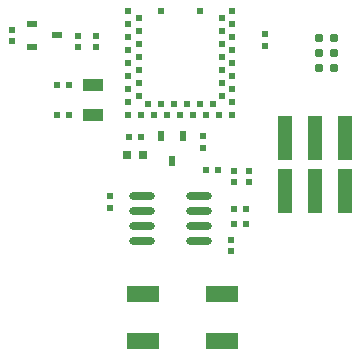
<source format=gtp>
%FSTAX23Y23*%
%MOIN*%
%SFA1B1*%

%IPPOS*%
%ADD10R,0.033470X0.023620*%
%ADD11R,0.021650X0.023620*%
%ADD12R,0.019690X0.023620*%
%ADD13R,0.023620X0.021650*%
%ADD14R,0.023620X0.019690*%
%ADD15C,0.031000*%
%ADD16R,0.050000X0.150000*%
%ADD17O,0.086610X0.023620*%
%ADD18R,0.023620X0.033470*%
%ADD19R,0.029530X0.031500*%
%ADD20R,0.070870X0.039370*%
%ADD21R,0.108270X0.055120*%
%ADD22R,0.019290X0.019290*%
%LNpumpminder_v2-1*%
%LPD*%
G54D10*
X01147Y02177D03*
Y02102D03*
X01232Y0214D03*
G54D11*
X0182Y0165D03*
Y01689D03*
X0187D03*
Y0165D03*
X01717Y01766D03*
Y01805D03*
X013Y02139D03*
Y021D03*
X0136D03*
Y02139D03*
X0108Y0212D03*
Y02159D03*
X01925Y02144D03*
Y02105D03*
G54D12*
X0181Y0142D03*
Y01459D03*
X01407Y01605D03*
Y01566D03*
G54D13*
X0182Y0151D03*
X01859D03*
X01727Y0169D03*
X01766D03*
G54D14*
X0182Y0156D03*
X01859D03*
X01509Y018D03*
X0147D03*
X01269Y01875D03*
X0123D03*
X01269Y01975D03*
X0123D03*
G54D15*
X02155Y0208D03*
X02105Y0203D03*
X02155D03*
X02105Y0208D03*
X02155Y0213D03*
X02105D03*
G54D16*
X0199Y01622D03*
Y01797D03*
X0209Y01622D03*
Y01797D03*
X0219Y01622D03*
Y01797D03*
G54D17*
X01704Y01455D03*
Y01505D03*
Y01555D03*
Y01605D03*
X01515Y01455D03*
Y01505D03*
Y01555D03*
Y01605D03*
G54D18*
X01651Y01805D03*
X01576D03*
X01614Y0172D03*
G54D19*
X01463Y0174D03*
X01516D03*
G54D20*
X0135Y01875D03*
Y01974D03*
G54D21*
X01517Y01121D03*
Y01278D03*
X01782Y01121D03*
Y01278D03*
G54D22*
X01576Y02221D03*
X01706D03*
X01503Y01939D03*
Y01982D03*
Y02026D03*
Y02069D03*
Y02112D03*
Y02156D03*
X01468Y01917D03*
Y01961D03*
Y02004D03*
Y02047D03*
Y02091D03*
Y02134D03*
Y02177D03*
X01503Y02199D03*
X01468Y02221D03*
Y01874D03*
X01511D03*
X01555D03*
X01598D03*
X01641D03*
X01685D03*
X01728D03*
X01771D03*
X01814D03*
X01533Y0191D03*
X01576D03*
X0162D03*
X01663D03*
X01706D03*
X0175D03*
X01814Y01917D03*
Y01961D03*
Y02004D03*
Y02047D03*
Y02091D03*
Y02134D03*
Y02177D03*
Y02221D03*
X01779Y01939D03*
Y01982D03*
Y02026D03*
Y02069D03*
Y02112D03*
Y02156D03*
Y02199D03*
M02*
</source>
